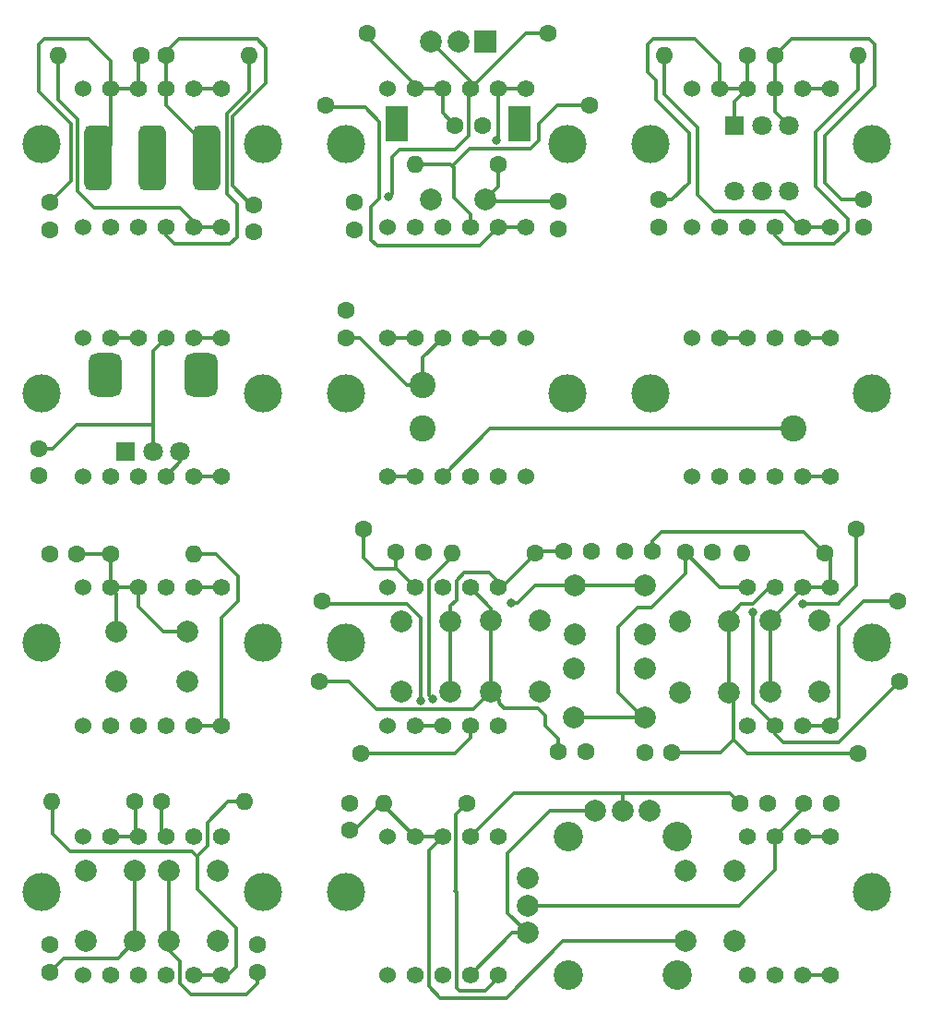
<source format=gbr>
%TF.GenerationSoftware,KiCad,Pcbnew,(6.0.11)*%
%TF.CreationDate,2023-02-21T21:49:25-06:00*%
%TF.ProjectId,HIDControls,48494443-6f6e-4747-926f-6c732e6b6963,rev?*%
%TF.SameCoordinates,Original*%
%TF.FileFunction,Copper,L2,Bot*%
%TF.FilePolarity,Positive*%
%FSLAX46Y46*%
G04 Gerber Fmt 4.6, Leading zero omitted, Abs format (unit mm)*
G04 Created by KiCad (PCBNEW (6.0.11)) date 2023-02-21 21:49:25*
%MOMM*%
%LPD*%
G01*
G04 APERTURE LIST*
G04 Aperture macros list*
%AMRoundRect*
0 Rectangle with rounded corners*
0 $1 Rounding radius*
0 $2 $3 $4 $5 $6 $7 $8 $9 X,Y pos of 4 corners*
0 Add a 4 corners polygon primitive as box body*
4,1,4,$2,$3,$4,$5,$6,$7,$8,$9,$2,$3,0*
0 Add four circle primitives for the rounded corners*
1,1,$1+$1,$2,$3*
1,1,$1+$1,$4,$5*
1,1,$1+$1,$6,$7*
1,1,$1+$1,$8,$9*
0 Add four rect primitives between the rounded corners*
20,1,$1+$1,$2,$3,$4,$5,0*
20,1,$1+$1,$4,$5,$6,$7,0*
20,1,$1+$1,$6,$7,$8,$9,0*
20,1,$1+$1,$8,$9,$2,$3,0*%
%AMHorizOval*
0 Thick line with rounded ends*
0 $1 width*
0 $2 $3 position (X,Y) of the first rounded end (center of the circle)*
0 $4 $5 position (X,Y) of the second rounded end (center of the circle)*
0 Add line between two ends*
20,1,$1,$2,$3,$4,$5,0*
0 Add two circle primitives to create the rounded ends*
1,1,$1,$2,$3*
1,1,$1,$4,$5*%
G04 Aperture macros list end*
%TA.AperFunction,ComponentPad*%
%ADD10C,2.000000*%
%TD*%
%TA.AperFunction,ComponentPad*%
%ADD11R,2.000000X2.000000*%
%TD*%
%TA.AperFunction,ComponentPad*%
%ADD12R,2.000000X3.200000*%
%TD*%
%TA.AperFunction,WasherPad*%
%ADD13C,3.500000*%
%TD*%
%TA.AperFunction,ComponentPad*%
%ADD14C,1.560000*%
%TD*%
%TA.AperFunction,ComponentPad*%
%ADD15C,1.524000*%
%TD*%
%TA.AperFunction,ComponentPad*%
%ADD16R,1.800000X1.800000*%
%TD*%
%TA.AperFunction,ComponentPad*%
%ADD17C,1.800000*%
%TD*%
%TA.AperFunction,ComponentPad*%
%ADD18C,2.700000*%
%TD*%
%TA.AperFunction,ComponentPad*%
%ADD19C,2.400000*%
%TD*%
%TA.AperFunction,ComponentPad*%
%ADD20RoundRect,0.625000X-0.625000X-2.375000X0.625000X-2.375000X0.625000X2.375000X-0.625000X2.375000X0*%
%TD*%
%TA.AperFunction,ComponentPad*%
%ADD21RoundRect,0.750000X0.750000X-1.250000X0.750000X1.250000X-0.750000X1.250000X-0.750000X-1.250000X0*%
%TD*%
%TA.AperFunction,ComponentPad*%
%ADD22C,1.600000*%
%TD*%
%TA.AperFunction,ComponentPad*%
%ADD23O,1.600000X1.600000*%
%TD*%
%TA.AperFunction,ComponentPad*%
%ADD24HorizOval,1.600000X0.000000X0.000000X0.000000X0.000000X0*%
%TD*%
%TA.AperFunction,ComponentPad*%
%ADD25HorizOval,1.600000X0.000000X0.000000X0.000000X0.000000X0*%
%TD*%
%TA.AperFunction,ComponentPad*%
%ADD26HorizOval,1.600000X0.000000X0.000000X0.000000X0.000000X0*%
%TD*%
%TA.AperFunction,ComponentPad*%
%ADD27HorizOval,1.600000X0.000000X0.000000X0.000000X0.000000X0*%
%TD*%
%TA.AperFunction,ViaPad*%
%ADD28C,0.800000*%
%TD*%
%TA.AperFunction,Conductor*%
%ADD29C,0.350000*%
%TD*%
G04 APERTURE END LIST*
D10*
%TO.P,SW10,1,1*%
%TO.N,GND*%
X148140000Y-109740000D03*
X141640000Y-109740000D03*
%TO.P,SW10,2,2*%
%TO.N,Net-(C18-Pad2)*%
X141640000Y-105240000D03*
X148140000Y-105240000D03*
%TD*%
%TO.P,SW9,1,1*%
%TO.N,GND*%
X141620000Y-112880000D03*
X148120000Y-112880000D03*
%TO.P,SW9,2,2*%
%TO.N,Net-(C17-Pad2)*%
X141620000Y-117380000D03*
X148120000Y-117380000D03*
%TD*%
D11*
%TO.P,SW5,A,A*%
%TO.N,Net-(C12-Pad2)*%
X133470000Y-55390000D03*
D10*
%TO.P,SW5,B,B*%
%TO.N,Net-(C16-Pad2)*%
X128470000Y-55390000D03*
%TO.P,SW5,C,C*%
%TO.N,GND*%
X130970000Y-55390000D03*
D12*
%TO.P,SW5,MP*%
%TO.N,N/C*%
X125370000Y-62890000D03*
X136570000Y-62890000D03*
D10*
%TO.P,SW5,S1,S1*%
%TO.N,GND*%
X128470000Y-69890000D03*
%TO.P,SW5,S2,S2*%
%TO.N,Net-(C15-Pad2)*%
X133470000Y-69890000D03*
%TD*%
%TO.P,SW2,1,1*%
%TO.N,GND*%
X96810000Y-131370000D03*
X96810000Y-137870000D03*
%TO.P,SW2,2,2*%
%TO.N,Net-(C6-Pad2)*%
X101310000Y-131370000D03*
X101310000Y-137870000D03*
%TD*%
D13*
%TO.P,M10,*%
%TO.N,*%
X168910000Y-110490000D03*
D14*
%TO.P,M10,1,GND*%
%TO.N,GND*%
X157480000Y-118110000D03*
%TO.P,M10,2,ACC*%
%TO.N,Net-(M10-Pad2)*%
X160020000Y-118110000D03*
%TO.P,M10,3,VCC*%
%TO.N,Net-(M10-Pad3)*%
X162560000Y-118110000D03*
X165100000Y-118110000D03*
%TO.P,M10,4,SW1*%
%TO.N,Net-(C17-Pad2)*%
X157480000Y-105410000D03*
%TO.P,M10,5,ANG*%
%TO.N,Net-(C19-Pad1)*%
X160020000Y-105410000D03*
%TO.P,M10,6,SW2*%
%TO.N,Net-(C21-Pad1)*%
X165100000Y-105410000D03*
X162560000Y-105410000D03*
%TD*%
D10*
%TO.P,SW1,1,1*%
%TO.N,GND*%
X108930000Y-131370000D03*
X108930000Y-137870000D03*
%TO.P,SW1,2,2*%
%TO.N,Net-(C5-Pad2)*%
X104430000Y-131370000D03*
X104430000Y-137870000D03*
%TD*%
%TO.P,SW11,1,1*%
%TO.N,GND*%
X151300000Y-108570000D03*
X151300000Y-115070000D03*
%TO.P,SW11,2,2*%
%TO.N,Net-(C19-Pad1)*%
X155800000Y-108570000D03*
X155800000Y-115070000D03*
%TD*%
D13*
%TO.P,M7,*%
%TO.N,*%
X92710000Y-64770000D03*
X113030000Y-64770000D03*
D14*
%TO.P,M7,1,GND*%
%TO.N,GND*%
X99060000Y-72390000D03*
X101600000Y-72390000D03*
%TO.P,M7,2,ACC*%
%TO.N,Net-(M7-Pad2)*%
X104140000Y-72390000D03*
%TO.P,M7,3,VCC*%
%TO.N,Net-(M7-Pad3)*%
X109220000Y-72390000D03*
X106680000Y-72390000D03*
%TO.P,M7,4,SW1*%
%TO.N,Net-(C14-Pad2)*%
X101600000Y-59690000D03*
X99060000Y-59690000D03*
%TO.P,M7,5,ANG*%
%TO.N,Net-(C13-Pad2)*%
X104140000Y-59690000D03*
%TO.P,M7,6,SW2*%
%TO.N,unconnected-(M7-Pad6)*%
X106680000Y-59690000D03*
X109220000Y-59690000D03*
D15*
%TO.P,M7,7,IN1*%
%TO.N,unconnected-(M7-Pad7)*%
X96520000Y-59690000D03*
%TO.P,M7,8,IN2*%
%TO.N,unconnected-(M7-Pad8)*%
X96520000Y-72390000D03*
%TD*%
D13*
%TO.P,M4,*%
%TO.N,*%
X140970000Y-64770000D03*
X120650000Y-64770000D03*
D14*
%TO.P,M4,1,GND*%
%TO.N,GND*%
X127000000Y-72390000D03*
X129540000Y-72390000D03*
%TO.P,M4,2,ACC*%
%TO.N,Net-(M4-Pad2)*%
X132080000Y-72390000D03*
%TO.P,M4,3,VCC*%
%TO.N,Net-(M4-Pad3)*%
X134620000Y-72390000D03*
X137160000Y-72390000D03*
%TO.P,M4,4,SW1*%
%TO.N,Net-(C12-Pad2)*%
X127000000Y-59690000D03*
X129540000Y-59690000D03*
%TO.P,M4,5,ANG*%
%TO.N,Net-(C16-Pad2)*%
X132080000Y-59690000D03*
%TO.P,M4,6,SW2*%
%TO.N,Net-(C15-Pad2)*%
X137160000Y-59690000D03*
X134620000Y-59690000D03*
D15*
%TO.P,M4,7,IN1*%
%TO.N,unconnected-(M4-Pad7)*%
X124460000Y-59690000D03*
%TO.P,M4,8,IN2*%
%TO.N,unconnected-(M4-Pad8)*%
X124460000Y-72390000D03*
%TD*%
D13*
%TO.P,M8,*%
%TO.N,*%
X148590000Y-64770000D03*
X168910000Y-64770000D03*
D14*
%TO.P,M8,1,GND*%
%TO.N,GND*%
X157480000Y-72390000D03*
X154940000Y-72390000D03*
%TO.P,M8,2,ACC*%
%TO.N,Net-(M8-Pad2)*%
X160020000Y-72390000D03*
%TO.P,M8,3,VCC*%
%TO.N,Net-(M8-Pad3)*%
X165100000Y-72390000D03*
X162560000Y-72390000D03*
%TO.P,M8,4,SW1*%
%TO.N,Net-(C8-Pad2)*%
X157480000Y-59690000D03*
X154940000Y-59690000D03*
%TO.P,M8,5,ANG*%
%TO.N,Net-(C7-Pad2)*%
X160020000Y-59690000D03*
%TO.P,M8,6,SW2*%
%TO.N,unconnected-(M8-Pad6)*%
X165100000Y-59690000D03*
X162560000Y-59690000D03*
D15*
%TO.P,M8,7,IN1*%
%TO.N,unconnected-(M8-Pad7)*%
X152400000Y-59690000D03*
%TO.P,M8,8,IN2*%
%TO.N,unconnected-(M8-Pad8)*%
X152400000Y-72390000D03*
%TD*%
D13*
%TO.P,M6,*%
%TO.N,*%
X120650000Y-110490000D03*
D14*
%TO.P,M6,1,GND*%
%TO.N,GND*%
X129540000Y-118110000D03*
X127000000Y-118110000D03*
%TO.P,M6,2,ACC*%
%TO.N,Net-(M6-Pad2)*%
X132080000Y-118110000D03*
%TO.P,M6,3,VCC*%
%TO.N,Net-(M6-Pad3)*%
X134620000Y-118110000D03*
%TO.P,M6,4,SW1*%
%TO.N,Net-(C18-Pad2)*%
X129540000Y-105410000D03*
X127000000Y-105410000D03*
%TO.P,M6,5,ANG*%
%TO.N,Net-(C20-Pad1)*%
X132080000Y-105410000D03*
%TO.P,M6,6,SW2*%
%TO.N,Net-(C22-Pad1)*%
X134620000Y-105410000D03*
D15*
%TO.P,M6,7,IN1*%
%TO.N,unconnected-(M6-Pad7)*%
X124460000Y-105410000D03*
%TO.P,M6,8,IN2*%
%TO.N,unconnected-(M6-Pad8)*%
X124460000Y-118110000D03*
%TD*%
D13*
%TO.P,M12,*%
%TO.N,*%
X168910000Y-133350000D03*
D14*
%TO.P,M12,1,GND*%
%TO.N,GND*%
X157480000Y-140970000D03*
%TO.P,M12,2,ACC*%
%TO.N,unconnected-(M12-Pad2)*%
X160020000Y-140970000D03*
%TO.P,M12,3,VCC*%
%TO.N,unconnected-(M12-Pad3)*%
X165100000Y-140970000D03*
X162560000Y-140970000D03*
%TO.P,M12,4,SW1*%
%TO.N,unconnected-(M12-Pad4)*%
X157480000Y-128270000D03*
%TO.P,M12,5,ANG*%
%TO.N,Net-(M12-Pad5)*%
X160020000Y-128270000D03*
%TO.P,M12,6,SW2*%
%TO.N,unconnected-(M12-Pad6)*%
X165100000Y-128270000D03*
X162560000Y-128270000D03*
%TD*%
D10*
%TO.P,SW8,1,1*%
%TO.N,GND*%
X99620000Y-114010000D03*
X106120000Y-114010000D03*
%TO.P,SW8,2,2*%
%TO.N,Net-(C9-Pad2)*%
X106120000Y-109510000D03*
X99620000Y-109510000D03*
%TD*%
D13*
%TO.P,M11,*%
%TO.N,*%
X92710000Y-110490000D03*
X113030000Y-110490000D03*
D14*
%TO.P,M11,1,GND*%
%TO.N,GND*%
X101600000Y-118110000D03*
X99060000Y-118110000D03*
%TO.P,M11,2,ACC*%
%TO.N,unconnected-(M11-Pad2)*%
X104140000Y-118110000D03*
%TO.P,M11,3,VCC*%
%TO.N,Net-(M11-Pad3)*%
X106680000Y-118110000D03*
X109220000Y-118110000D03*
%TO.P,M11,4,SW1*%
%TO.N,Net-(C9-Pad2)*%
X101600000Y-105410000D03*
X99060000Y-105410000D03*
%TO.P,M11,5,ANG*%
%TO.N,unconnected-(M11-Pad5)*%
X104140000Y-105410000D03*
%TO.P,M11,6,SW2*%
%TO.N,unconnected-(M11-Pad6)*%
X109220000Y-105410000D03*
X106680000Y-105410000D03*
D15*
%TO.P,M11,7,IN1*%
%TO.N,unconnected-(M11-Pad7)*%
X96520000Y-105410000D03*
%TO.P,M11,8,IN2*%
%TO.N,unconnected-(M11-Pad8)*%
X96520000Y-118110000D03*
%TD*%
D16*
%TO.P,SW6,1,A*%
%TO.N,Net-(C8-Pad2)*%
X156327500Y-63117500D03*
D17*
%TO.P,SW6,2,B*%
%TO.N,GND*%
X158827500Y-63117500D03*
%TO.P,SW6,3,C*%
%TO.N,Net-(C7-Pad2)*%
X161327500Y-63117500D03*
%TO.P,SW6,4*%
%TO.N,N/C*%
X156327500Y-69117500D03*
%TO.P,SW6,5*%
X158827500Y-69117500D03*
%TO.P,SW6,6*%
X161327500Y-69117500D03*
%TD*%
D13*
%TO.P,M3,*%
%TO.N,*%
X113030000Y-133350000D03*
X92710000Y-133350000D03*
D14*
%TO.P,M3,1,GND*%
%TO.N,GND*%
X101600000Y-140970000D03*
X99060000Y-140970000D03*
%TO.P,M3,2,ACC*%
%TO.N,unconnected-(M3-Pad2)*%
X104140000Y-140970000D03*
%TO.P,M3,3,VCC*%
%TO.N,Net-(M3-Pad3)*%
X109220000Y-140970000D03*
X106680000Y-140970000D03*
%TO.P,M3,4,SW1*%
%TO.N,Net-(C6-Pad2)*%
X99060000Y-128270000D03*
X101600000Y-128270000D03*
%TO.P,M3,5,ANG*%
%TO.N,Net-(C5-Pad2)*%
X104140000Y-128270000D03*
%TO.P,M3,6,SW2*%
%TO.N,unconnected-(M3-Pad6)*%
X106680000Y-128270000D03*
X109220000Y-128270000D03*
D15*
%TO.P,M3,7,IN1*%
%TO.N,unconnected-(M3-Pad7)*%
X96520000Y-128270000D03*
%TO.P,M3,8,IN2*%
%TO.N,unconnected-(M3-Pad8)*%
X96520000Y-140970000D03*
%TD*%
D13*
%TO.P,M2,*%
%TO.N,*%
X120650000Y-133350000D03*
D14*
%TO.P,M2,1,GND*%
%TO.N,GND*%
X127000000Y-140970000D03*
X129540000Y-140970000D03*
%TO.P,M2,2,ACC*%
%TO.N,Net-(J1-Pad3)*%
X132080000Y-140970000D03*
%TO.P,M2,3,VCC*%
%TO.N,Net-(R3-Pad1)*%
X134620000Y-140970000D03*
%TO.P,M2,4,SW1*%
%TO.N,Net-(J1-PadA1)*%
X129540000Y-128270000D03*
X127000000Y-128270000D03*
%TO.P,M2,5,ANG*%
%TO.N,Net-(J1-Pad2)*%
X132080000Y-128270000D03*
%TO.P,M2,6,SW2*%
%TO.N,unconnected-(M2-Pad6)*%
X134620000Y-128270000D03*
D15*
%TO.P,M2,7,IN1*%
%TO.N,unconnected-(M2-Pad7)*%
X124460000Y-128270000D03*
%TO.P,M2,8,IN2*%
%TO.N,unconnected-(M2-Pad8)*%
X124460000Y-140970000D03*
%TD*%
D13*
%TO.P,M9,*%
%TO.N,*%
X148590000Y-87630000D03*
X168910000Y-87630000D03*
D14*
%TO.P,M9,1,GND*%
%TO.N,GND*%
X157480000Y-95250000D03*
X154940000Y-95250000D03*
%TO.P,M9,2,ACC*%
%TO.N,unconnected-(M9-Pad2)*%
X160020000Y-95250000D03*
%TO.P,M9,3,VCC*%
%TO.N,unconnected-(M9-Pad3)*%
X162560000Y-95250000D03*
X165100000Y-95250000D03*
%TO.P,M9,4,SW1*%
%TO.N,unconnected-(M9-Pad4)*%
X154940000Y-82550000D03*
X157480000Y-82550000D03*
%TO.P,M9,5,ANG*%
%TO.N,unconnected-(M9-Pad5)*%
X160020000Y-82550000D03*
%TO.P,M9,6,SW2*%
%TO.N,unconnected-(M9-Pad6)*%
X165100000Y-82550000D03*
X162560000Y-82550000D03*
D15*
%TO.P,M9,7,IN1*%
%TO.N,unconnected-(M9-Pad7)*%
X152400000Y-82550000D03*
%TO.P,M9,8,IN2*%
%TO.N,unconnected-(M9-Pad8)*%
X152400000Y-95250000D03*
%TD*%
D13*
%TO.P,M1,*%
%TO.N,*%
X92710000Y-87630000D03*
X113030000Y-87630000D03*
D14*
%TO.P,M1,1,GND*%
%TO.N,GND*%
X101600000Y-95250000D03*
X99060000Y-95250000D03*
%TO.P,M1,2,ACC*%
%TO.N,Net-(M1-Pad2)*%
X104140000Y-95250000D03*
%TO.P,M1,3,VCC*%
%TO.N,unconnected-(M1-Pad3)*%
X109220000Y-95250000D03*
X106680000Y-95250000D03*
%TO.P,M1,4,SW1*%
%TO.N,unconnected-(M1-Pad4)*%
X101600000Y-82550000D03*
X99060000Y-82550000D03*
%TO.P,M1,5,ANG*%
%TO.N,Net-(C1-Pad1)*%
X104140000Y-82550000D03*
%TO.P,M1,6,SW2*%
%TO.N,unconnected-(M1-Pad6)*%
X106680000Y-82550000D03*
X109220000Y-82550000D03*
D15*
%TO.P,M1,7,IN1*%
%TO.N,unconnected-(M1-Pad7)*%
X96520000Y-82550000D03*
%TO.P,M1,8,IN2*%
%TO.N,unconnected-(M1-Pad8)*%
X96520000Y-95250000D03*
%TD*%
D10*
%TO.P,J1,1,X1*%
%TO.N,GND*%
X148550000Y-125890000D03*
%TO.P,J1,2,X2*%
%TO.N,Net-(J1-Pad2)*%
X146050000Y-125890000D03*
%TO.P,J1,3,X3*%
%TO.N,Net-(J1-Pad3)*%
X143550000Y-125890000D03*
%TO.P,J1,4,Y1*%
%TO.N,GND*%
X137320000Y-132120000D03*
%TO.P,J1,5,Y2*%
%TO.N,Net-(M12-Pad5)*%
X137320000Y-134620000D03*
%TO.P,J1,6,Y3*%
%TO.N,Net-(J1-Pad3)*%
X137320000Y-137120000D03*
%TO.P,J1,A1,A1*%
%TO.N,Net-(J1-PadA1)*%
X151800000Y-137870000D03*
%TO.P,J1,A2,A2*%
%TO.N,GND*%
X156300000Y-137870000D03*
%TO.P,J1,B1,B1*%
%TO.N,unconnected-(J1-PadB1)*%
X151800000Y-131370000D03*
%TO.P,J1,B2,B2*%
%TO.N,unconnected-(J1-PadB2)*%
X156300000Y-131370000D03*
D18*
%TO.P,J1,M1*%
%TO.N,N/C*%
X141050000Y-140945000D03*
%TO.P,J1,M2*%
X141050000Y-128295000D03*
%TO.P,J1,M3*%
X151050000Y-140945000D03*
%TO.P,J1,M4*%
X151050000Y-128295000D03*
%TD*%
D19*
%TO.P,RV2,1,1*%
%TO.N,GND*%
X127740000Y-90870000D03*
%TO.P,RV2,2,2*%
%TO.N,Net-(C2-Pad2)*%
X127740000Y-86870000D03*
%TO.P,RV2,3,3*%
%TO.N,Net-(M5-Pad2)*%
X161740000Y-90870000D03*
%TD*%
D20*
%TO.P,SW7,1,A*%
%TO.N,Net-(C14-Pad2)*%
X97870000Y-66040000D03*
%TO.P,SW7,2,B*%
%TO.N,GND*%
X102870000Y-66040000D03*
%TO.P,SW7,3,C*%
%TO.N,Net-(C13-Pad2)*%
X107870000Y-66040000D03*
%TD*%
D10*
%TO.P,SW13,1,1*%
%TO.N,GND*%
X164084000Y-114958000D03*
X164084000Y-108458000D03*
%TO.P,SW13,2,2*%
%TO.N,Net-(C21-Pad1)*%
X159584000Y-108458000D03*
X159584000Y-114958000D03*
%TD*%
%TO.P,SW14,1,1*%
%TO.N,GND*%
X125766000Y-115010000D03*
X125766000Y-108510000D03*
%TO.P,SW14,2,2*%
%TO.N,Net-(C22-Pad1)*%
X130266000Y-115010000D03*
X130266000Y-108510000D03*
%TD*%
%TO.P,SW12,1,1*%
%TO.N,GND*%
X138490000Y-108480000D03*
X138490000Y-114980000D03*
%TO.P,SW12,2,2*%
%TO.N,Net-(C20-Pad1)*%
X133990000Y-114980000D03*
X133990000Y-108480000D03*
%TD*%
D16*
%TO.P,RV1,1,1*%
%TO.N,GND*%
X100450000Y-92930000D03*
D17*
%TO.P,RV1,2,2*%
%TO.N,Net-(C1-Pad1)*%
X102950000Y-92930000D03*
%TO.P,RV1,3,3*%
%TO.N,Net-(M1-Pad2)*%
X105450000Y-92930000D03*
D21*
%TO.P,RV1,MP*%
%TO.N,N/C*%
X107350000Y-85930000D03*
X98550000Y-85930000D03*
%TD*%
D22*
%TO.P,C16,1*%
%TO.N,GND*%
X121450000Y-72630000D03*
%TO.P,C16,2*%
%TO.N,Net-(C16-Pad2)*%
X121450000Y-70130000D03*
%TD*%
%TO.P,R10,1*%
%TO.N,Net-(C8-Pad2)*%
X157480000Y-56642000D03*
D23*
%TO.P,R10,2*%
%TO.N,Net-(M8-Pad3)*%
X149860000Y-56642000D03*
%TD*%
D22*
%TO.P,R1,1*%
%TO.N,Net-(C5-Pad2)*%
X103759000Y-125095000D03*
D23*
%TO.P,R1,2*%
%TO.N,Net-(M3-Pad3)*%
X111379000Y-125095000D03*
%TD*%
D22*
%TO.P,C18,2*%
%TO.N,Net-(C18-Pad2)*%
X125262000Y-102235000D03*
%TO.P,C18,1*%
%TO.N,GND*%
X127762000Y-102235000D03*
%TD*%
%TO.P,R17,1*%
%TO.N,Net-(C19-Pad1)*%
X167640000Y-120650000D03*
D24*
%TO.P,R17,2*%
%TO.N,Net-(M10-Pad2)*%
X171450000Y-114050886D03*
%TD*%
D22*
%TO.P,C3,1*%
%TO.N,Net-(J1-Pad2)*%
X156860000Y-125250000D03*
%TO.P,C3,2*%
%TO.N,GND*%
X159360000Y-125250000D03*
%TD*%
%TO.P,R12,1*%
%TO.N,Net-(C14-Pad2)*%
X101854000Y-56642000D03*
D23*
%TO.P,R12,2*%
%TO.N,Net-(M7-Pad3)*%
X94234000Y-56642000D03*
%TD*%
D22*
%TO.P,R15,1*%
%TO.N,Net-(M10-Pad3)*%
X171323000Y-106677557D03*
D25*
%TO.P,R15,2*%
%TO.N,Net-(C17-Pad2)*%
X167513000Y-100078443D03*
%TD*%
D22*
%TO.P,C15,1*%
%TO.N,GND*%
X140120000Y-72530000D03*
%TO.P,C15,2*%
%TO.N,Net-(C15-Pad2)*%
X140120000Y-70030000D03*
%TD*%
%TO.P,C9,1*%
%TO.N,GND*%
X93492000Y-102368000D03*
%TO.P,C9,2*%
%TO.N,Net-(C9-Pad2)*%
X95992000Y-102368000D03*
%TD*%
%TO.P,C12,1*%
%TO.N,GND*%
X133210000Y-63040000D03*
%TO.P,C12,2*%
%TO.N,Net-(C12-Pad2)*%
X130710000Y-63040000D03*
%TD*%
%TO.P,R3,1*%
%TO.N,Net-(R3-Pad1)*%
X131790000Y-125220000D03*
D23*
%TO.P,R3,2*%
%TO.N,Net-(J1-PadA1)*%
X124170000Y-125220000D03*
%TD*%
D22*
%TO.P,R18,1*%
%TO.N,Net-(C20-Pad1)*%
X118237000Y-114048444D03*
D26*
%TO.P,R18,2*%
%TO.N,Net-(M6-Pad2)*%
X122047000Y-120647558D03*
%TD*%
D22*
%TO.P,R2,1*%
%TO.N,Net-(C6-Pad2)*%
X101330000Y-125070000D03*
D23*
%TO.P,R2,2*%
%TO.N,Net-(M3-Pad3)*%
X93710000Y-125070000D03*
%TD*%
D22*
%TO.P,C4,1*%
%TO.N,GND*%
X121020000Y-125210000D03*
%TO.P,C4,2*%
%TO.N,Net-(J1-PadA1)*%
X121020000Y-127710000D03*
%TD*%
%TO.P,R9,1*%
%TO.N,Net-(C16-Pad2)*%
X139200000Y-54580000D03*
D26*
%TO.P,R9,2*%
%TO.N,Net-(M4-Pad2)*%
X143010000Y-61179114D03*
%TD*%
D22*
%TO.P,R16,1*%
%TO.N,Net-(M6-Pad3)*%
X118491000Y-106677557D03*
D24*
%TO.P,R16,2*%
%TO.N,Net-(C18-Pad2)*%
X122301000Y-100078443D03*
%TD*%
D22*
%TO.P,R8,1*%
%TO.N,Net-(C15-Pad2)*%
X134680000Y-66610000D03*
D23*
%TO.P,R8,2*%
%TO.N,Net-(M4-Pad2)*%
X127060000Y-66610000D03*
%TD*%
D22*
%TO.P,C20,1*%
%TO.N,Net-(C20-Pad1)*%
X140157200Y-120523000D03*
%TO.P,C20,2*%
%TO.N,GND*%
X142657200Y-120523000D03*
%TD*%
%TO.P,C1,1*%
%TO.N,Net-(C1-Pad1)*%
X92456000Y-92710000D03*
%TO.P,C1,2*%
%TO.N,GND*%
X92456000Y-95210000D03*
%TD*%
%TO.P,C22,2*%
%TO.N,GND*%
X143200000Y-102100000D03*
%TO.P,C22,1*%
%TO.N,Net-(C22-Pad1)*%
X140700000Y-102100000D03*
%TD*%
%TO.P,C13,1*%
%TO.N,GND*%
X112170000Y-72830000D03*
%TO.P,C13,2*%
%TO.N,Net-(C13-Pad2)*%
X112170000Y-70330000D03*
%TD*%
%TO.P,C5,1*%
%TO.N,GND*%
X112522000Y-138196000D03*
%TO.P,C5,2*%
%TO.N,Net-(C5-Pad2)*%
X112522000Y-140696000D03*
%TD*%
%TO.P,R13,1*%
%TO.N,Net-(C13-Pad2)*%
X104140000Y-56642000D03*
D23*
%TO.P,R13,2*%
%TO.N,Net-(M7-Pad2)*%
X111760000Y-56642000D03*
%TD*%
D22*
%TO.P,C7,1*%
%TO.N,GND*%
X168148000Y-72370000D03*
%TO.P,C7,2*%
%TO.N,Net-(C7-Pad2)*%
X168148000Y-69870000D03*
%TD*%
%TO.P,C17,2*%
%TO.N,Net-(C17-Pad2)*%
X151805000Y-102230000D03*
%TO.P,C17,1*%
%TO.N,GND*%
X154305000Y-102230000D03*
%TD*%
%TO.P,C21,1*%
%TO.N,Net-(C21-Pad1)*%
X148770000Y-102090000D03*
%TO.P,C21,2*%
%TO.N,GND*%
X146270000Y-102090000D03*
%TD*%
%TO.P,R7,1*%
%TO.N,Net-(C12-Pad2)*%
X122610000Y-54640000D03*
D27*
%TO.P,R7,2*%
%TO.N,Net-(M4-Pad3)*%
X118800000Y-61239114D03*
%TD*%
D22*
%TO.P,C19,1*%
%TO.N,Net-(C19-Pad1)*%
X150596600Y-120548400D03*
%TO.P,C19,2*%
%TO.N,GND*%
X148096600Y-120548400D03*
%TD*%
%TO.P,C10,1*%
%TO.N,GND*%
X165170000Y-125230000D03*
%TO.P,C10,2*%
%TO.N,Net-(M12-Pad5)*%
X162670000Y-125230000D03*
%TD*%
%TO.P,R20,1*%
%TO.N,Net-(C22-Pad1)*%
X138020000Y-102320000D03*
D23*
%TO.P,R20,2*%
%TO.N,Net-(M6-Pad2)*%
X130400000Y-102320000D03*
%TD*%
D22*
%TO.P,C8,1*%
%TO.N,GND*%
X149352000Y-72370000D03*
%TO.P,C8,2*%
%TO.N,Net-(C8-Pad2)*%
X149352000Y-69870000D03*
%TD*%
%TO.P,C14,1*%
%TO.N,GND*%
X93472000Y-72624000D03*
%TO.P,C14,2*%
%TO.N,Net-(C14-Pad2)*%
X93472000Y-70124000D03*
%TD*%
%TO.P,C6,1*%
%TO.N,GND*%
X93472000Y-138216000D03*
%TO.P,C6,2*%
%TO.N,Net-(C6-Pad2)*%
X93472000Y-140716000D03*
%TD*%
%TO.P,C2,1*%
%TO.N,GND*%
X120640000Y-80050000D03*
%TO.P,C2,2*%
%TO.N,Net-(C2-Pad2)*%
X120640000Y-82550000D03*
%TD*%
%TO.P,R19,1*%
%TO.N,Net-(C21-Pad1)*%
X164610000Y-102250000D03*
D23*
%TO.P,R19,2*%
%TO.N,Net-(M10-Pad2)*%
X156990000Y-102250000D03*
%TD*%
D22*
%TO.P,R11,1*%
%TO.N,Net-(C7-Pad2)*%
X160020000Y-56642000D03*
D23*
%TO.P,R11,2*%
%TO.N,Net-(M8-Pad2)*%
X167640000Y-56642000D03*
%TD*%
D22*
%TO.P,R14,1*%
%TO.N,Net-(C9-Pad2)*%
X99060000Y-102368000D03*
D23*
%TO.P,R14,2*%
%TO.N,Net-(M11-Pad3)*%
X106680000Y-102368000D03*
%TD*%
D13*
%TO.P,M5,*%
%TO.N,*%
X120650000Y-87630000D03*
X140970000Y-87630000D03*
D14*
%TO.P,M5,1,GND*%
%TO.N,GND*%
X132080000Y-95250000D03*
X134620000Y-95250000D03*
%TO.P,M5,2,ACC*%
%TO.N,Net-(M5-Pad2)*%
X129540000Y-95250000D03*
%TO.P,M5,3,VCC*%
%TO.N,unconnected-(M5-Pad3)*%
X124460000Y-95250000D03*
X127000000Y-95250000D03*
%TO.P,M5,4,SW1*%
%TO.N,unconnected-(M5-Pad4)*%
X132080000Y-82550000D03*
X134620000Y-82550000D03*
%TO.P,M5,5,ANG*%
%TO.N,Net-(C2-Pad2)*%
X129540000Y-82550000D03*
%TO.P,M5,6,SW2*%
%TO.N,unconnected-(M5-Pad6)*%
X127000000Y-82550000D03*
X124460000Y-82550000D03*
D15*
%TO.P,M5,7,IN1*%
%TO.N,unconnected-(M5-Pad7)*%
X137160000Y-82550000D03*
%TO.P,M5,8,IN2*%
%TO.N,unconnected-(M5-Pad8)*%
X137160000Y-95250000D03*
%TD*%
D28*
%TO.N,Net-(C15-Pad2)*%
X134460000Y-64420000D03*
%TO.N,Net-(C16-Pad2)*%
X124570000Y-69630000D03*
%TO.N,Net-(C17-Pad2)*%
X162550000Y-106900000D03*
%TO.N,Net-(C18-Pad2)*%
X135860000Y-106860000D03*
%TO.N,Net-(M6-Pad2)*%
X128651000Y-115697000D03*
%TO.N,Net-(M6-Pad3)*%
X127508000Y-115811500D03*
%TO.N,Net-(M10-Pad2)*%
X157987393Y-107724500D03*
%TD*%
D29*
%TO.N,Net-(J1-PadA1)*%
X123930000Y-125220000D02*
X121440000Y-127710000D01*
X124170000Y-125220000D02*
X123930000Y-125220000D01*
X124170000Y-125440000D02*
X124170000Y-125220000D01*
%TO.N,Net-(R3-Pad1)*%
X133470000Y-142420000D02*
X134620000Y-141270000D01*
X131060000Y-142420000D02*
X133470000Y-142420000D01*
X130820000Y-142180000D02*
X131060000Y-142420000D01*
%TO.N,Net-(J1-PadA1)*%
X121440000Y-127710000D02*
X121020000Y-127710000D01*
%TO.N,Net-(R3-Pad1)*%
X130790000Y-133160000D02*
X130710000Y-133240000D01*
X130790000Y-126220000D02*
X130790000Y-133160000D01*
X134620000Y-141270000D02*
X134620000Y-140970000D01*
X130710000Y-133240000D02*
X130820000Y-133350000D01*
X130820000Y-133350000D02*
X130820000Y-142180000D01*
%TO.N,Net-(J1-PadA1)*%
X127000000Y-128270000D02*
X124170000Y-125440000D01*
%TO.N,Net-(R3-Pad1)*%
X131790000Y-125220000D02*
X130790000Y-126220000D01*
%TO.N,Net-(M12-Pad5)*%
X160020000Y-128270000D02*
X162670000Y-125620000D01*
X162670000Y-125620000D02*
X162670000Y-125230000D01*
%TO.N,Net-(J1-Pad2)*%
X146130000Y-124290000D02*
X155900000Y-124290000D01*
X155900000Y-124290000D02*
X156860000Y-125250000D01*
X146050000Y-124370000D02*
X146130000Y-124290000D01*
X146050000Y-125890000D02*
X146050000Y-124370000D01*
X144510000Y-124290000D02*
X146130000Y-124290000D01*
X144510000Y-124290000D02*
X136060000Y-124290000D01*
X145130000Y-124290000D02*
X144510000Y-124290000D01*
X136060000Y-124290000D02*
X136050000Y-124300000D01*
X132080000Y-128270000D02*
X136050000Y-124300000D01*
X146050000Y-124960000D02*
X146050000Y-125890000D01*
%TO.N,unconnected-(M1-Pad3)*%
X109220000Y-95250000D02*
X106680000Y-95250000D01*
%TO.N,unconnected-(M1-Pad4)*%
X101600000Y-82550000D02*
X99060000Y-82550000D01*
%TO.N,unconnected-(M5-Pad3)*%
X127000000Y-95250000D02*
X124460000Y-95250000D01*
%TO.N,unconnected-(M5-Pad4)*%
X134620000Y-82550000D02*
X132080000Y-82550000D01*
%TO.N,GND*%
X129540000Y-118110000D02*
X127000000Y-118110000D01*
%TO.N,unconnected-(M8-Pad6)*%
X165100000Y-59690000D02*
X162560000Y-59690000D01*
%TO.N,unconnected-(M9-Pad3)*%
X165100000Y-95250000D02*
X162560000Y-95250000D01*
%TO.N,unconnected-(M9-Pad4)*%
X157480000Y-82550000D02*
X154940000Y-82550000D01*
%TO.N,unconnected-(M9-Pad6)*%
X165100000Y-82550000D02*
X162560000Y-82550000D01*
%TO.N,unconnected-(M11-Pad6)*%
X109220000Y-105410000D02*
X106680000Y-105410000D01*
%TO.N,Net-(M3-Pad3)*%
X107061000Y-130048000D02*
X107950000Y-129159000D01*
X109220000Y-140970000D02*
X106680000Y-140970000D01*
X107061000Y-130175000D02*
X106553000Y-129667000D01*
X107950000Y-127000000D02*
X109855000Y-125095000D01*
X107061000Y-133096000D02*
X107061000Y-130175000D01*
X93726000Y-128016000D02*
X93726000Y-125095000D01*
X95377000Y-129667000D02*
X93726000Y-128016000D01*
X109855000Y-125095000D02*
X111379000Y-125095000D01*
X109220000Y-140970000D02*
X109855000Y-140970000D01*
X110617000Y-140208000D02*
X110617000Y-136652000D01*
X106553000Y-129667000D02*
X95377000Y-129667000D01*
X110617000Y-136652000D02*
X107061000Y-133096000D01*
X109855000Y-140970000D02*
X110617000Y-140208000D01*
X107950000Y-129159000D02*
X107950000Y-127000000D01*
X107061000Y-130175000D02*
X107061000Y-130048000D01*
%TO.N,Net-(C1-Pad1)*%
X95932000Y-90504000D02*
X102950000Y-90504000D01*
X93726000Y-92710000D02*
X95932000Y-90504000D01*
X102950000Y-92930000D02*
X102950000Y-90504000D01*
X102950000Y-90504000D02*
X102950000Y-83740000D01*
X92456000Y-92710000D02*
X93726000Y-92710000D01*
X102950000Y-83740000D02*
X104140000Y-82550000D01*
%TO.N,Net-(C2-Pad2)*%
X126240000Y-86870000D02*
X127740000Y-86870000D01*
X121920000Y-82550000D02*
X126240000Y-86870000D01*
X120640000Y-82550000D02*
X121920000Y-82550000D01*
X127740000Y-86870000D02*
X127740000Y-84350000D01*
X127740000Y-84350000D02*
X129540000Y-82550000D01*
%TO.N,unconnected-(M1-Pad6)*%
X109220000Y-82550000D02*
X106680000Y-82550000D01*
%TO.N,Net-(M1-Pad2)*%
X105450000Y-93940000D02*
X104140000Y-95250000D01*
X105450000Y-92930000D02*
X105450000Y-93940000D01*
%TO.N,unconnected-(M5-Pad6)*%
X127000000Y-82550000D02*
X124460000Y-82550000D01*
%TO.N,unconnected-(M7-Pad6)*%
X109220000Y-59690000D02*
X106680000Y-59690000D01*
%TO.N,Net-(C5-Pad2)*%
X104430000Y-131370000D02*
X104430000Y-137870000D01*
X112522000Y-141732000D02*
X112522000Y-140696000D01*
X104430000Y-138720000D02*
X105410000Y-139700000D01*
X111506000Y-142748000D02*
X112522000Y-141732000D01*
X104430000Y-137870000D02*
X104430000Y-138720000D01*
X103759000Y-125095000D02*
X103759000Y-127889000D01*
X105410000Y-139700000D02*
X105410000Y-141732000D01*
X103759000Y-127889000D02*
X104140000Y-128270000D01*
X105410000Y-141732000D02*
X106426000Y-142748000D01*
X106426000Y-142748000D02*
X111506000Y-142748000D01*
%TO.N,Net-(M4-Pad2)*%
X130590000Y-66930000D02*
X130440000Y-66780000D01*
X132080000Y-72390000D02*
X132080000Y-71210000D01*
X138370000Y-62870000D02*
X138370000Y-64440000D01*
X137590000Y-65220000D02*
X132000000Y-65220000D01*
X140060886Y-61179114D02*
X138370000Y-62870000D01*
X130440000Y-66780000D02*
X130270000Y-66610000D01*
X130590000Y-69720000D02*
X130590000Y-66930000D01*
X130270000Y-66610000D02*
X127060000Y-66610000D01*
X132000000Y-65220000D02*
X130440000Y-66780000D01*
X132080000Y-71210000D02*
X130590000Y-69720000D01*
X138370000Y-64440000D02*
X137590000Y-65220000D01*
X143010000Y-61179114D02*
X140060886Y-61179114D01*
%TO.N,Net-(M4-Pad3)*%
X123730000Y-69780000D02*
X123000000Y-70510000D01*
X123000000Y-70510000D02*
X123000000Y-73540000D01*
X118800000Y-61239114D02*
X118990000Y-61429114D01*
X132940000Y-74070000D02*
X134620000Y-72390000D01*
X122439114Y-61429114D02*
X123730000Y-62720000D01*
X123000000Y-73540000D02*
X123530000Y-74070000D01*
X123530000Y-74070000D02*
X132940000Y-74070000D01*
X137160000Y-72390000D02*
X134620000Y-72390000D01*
X118990000Y-61429114D02*
X122439114Y-61429114D01*
X123730000Y-62720000D02*
X123730000Y-69780000D01*
%TO.N,Net-(C6-Pad2)*%
X101600000Y-128270000D02*
X99060000Y-128270000D01*
X101310000Y-131370000D02*
X101310000Y-137870000D01*
X94742000Y-139446000D02*
X93472000Y-140716000D01*
X101346000Y-128016000D02*
X101600000Y-128270000D01*
X101310000Y-137870000D02*
X99734000Y-139446000D01*
X99734000Y-139446000D02*
X94742000Y-139446000D01*
X101346000Y-125095000D02*
X101346000Y-128016000D01*
%TO.N,Net-(C7-Pad2)*%
X168656000Y-55118000D02*
X161544000Y-55118000D01*
X168148000Y-69870000D02*
X166136000Y-69870000D01*
X161544000Y-55118000D02*
X160020000Y-56642000D01*
X166136000Y-69870000D02*
X164592000Y-68326000D01*
X169164000Y-59436000D02*
X169164000Y-55626000D01*
X169164000Y-55626000D02*
X168656000Y-55118000D01*
X160020000Y-59690000D02*
X160020000Y-56642000D01*
X160020000Y-61810000D02*
X161327500Y-63117500D01*
X164592000Y-64008000D02*
X169164000Y-59436000D01*
X164592000Y-68326000D02*
X164592000Y-64008000D01*
X160020000Y-59690000D02*
X160020000Y-61810000D01*
%TO.N,Net-(M8-Pad2)*%
X166700000Y-72730000D02*
X166700000Y-71670000D01*
X160800000Y-73930000D02*
X165500000Y-73930000D01*
X160020000Y-72390000D02*
X160020000Y-73150000D01*
X165500000Y-73930000D02*
X166700000Y-72730000D01*
X166700000Y-71670000D02*
X163740000Y-68710000D01*
X160020000Y-73150000D02*
X160800000Y-73930000D01*
X163740000Y-68710000D02*
X163740000Y-63660000D01*
X163740000Y-63660000D02*
X167640000Y-59760000D01*
X167640000Y-59760000D02*
X167640000Y-56642000D01*
%TO.N,Net-(M8-Pad3)*%
X160930000Y-70970000D02*
X162350000Y-72390000D01*
X149860000Y-60198000D02*
X149860000Y-56642000D01*
X165100000Y-72390000D02*
X162560000Y-72390000D01*
X162350000Y-72390000D02*
X162560000Y-72390000D01*
X152950000Y-69470000D02*
X152950000Y-63288000D01*
X154450000Y-70970000D02*
X160930000Y-70970000D01*
X152950000Y-63288000D02*
X149860000Y-60198000D01*
X152950000Y-69470000D02*
X154450000Y-70970000D01*
%TO.N,Net-(C8-Pad2)*%
X156327500Y-60842500D02*
X157480000Y-59690000D01*
X157480000Y-59690000D02*
X154940000Y-59690000D01*
X149098000Y-60706000D02*
X149098000Y-58928000D01*
X148336000Y-55626000D02*
X148844000Y-55118000D01*
X154940000Y-57404000D02*
X154940000Y-59690000D01*
X148844000Y-55118000D02*
X152654000Y-55118000D01*
X148336000Y-58166000D02*
X148336000Y-55626000D01*
X152654000Y-55118000D02*
X154940000Y-57404000D01*
X149352000Y-69870000D02*
X150602000Y-69870000D01*
X152146000Y-63754000D02*
X149098000Y-60706000D01*
X152146000Y-68326000D02*
X152146000Y-63754000D01*
X156327500Y-63117500D02*
X156327500Y-60842500D01*
X149098000Y-58928000D02*
X148336000Y-58166000D01*
X150602000Y-69870000D02*
X152146000Y-68326000D01*
X157480000Y-59690000D02*
X157480000Y-56642000D01*
%TO.N,Net-(C9-Pad2)*%
X99060000Y-102368000D02*
X99060000Y-105410000D01*
X101600000Y-105410000D02*
X99060000Y-105410000D01*
X103916000Y-109510000D02*
X106120000Y-109510000D01*
X101600000Y-105410000D02*
X101600000Y-107194000D01*
X101600000Y-107194000D02*
X103916000Y-109510000D01*
X99060000Y-102368000D02*
X95992000Y-102368000D01*
X99620000Y-109510000D02*
X99620000Y-105970000D01*
X99620000Y-105970000D02*
X99060000Y-105410000D01*
%TO.N,Net-(M5-Pad2)*%
X161740000Y-90870000D02*
X133920000Y-90870000D01*
X133920000Y-90870000D02*
X129540000Y-95250000D01*
%TO.N,Net-(M7-Pad2)*%
X109728000Y-69342000D02*
X110660000Y-70274000D01*
X111760000Y-56642000D02*
X111760000Y-59944000D01*
X104140000Y-73152000D02*
X104140000Y-72390000D01*
X110660000Y-70274000D02*
X110660000Y-73300000D01*
X110660000Y-73300000D02*
X110046000Y-73914000D01*
X110046000Y-73914000D02*
X104902000Y-73914000D01*
X109728000Y-61976000D02*
X109728000Y-69342000D01*
X104902000Y-73914000D02*
X104140000Y-73152000D01*
X111760000Y-59944000D02*
X109728000Y-61976000D01*
%TO.N,Net-(M7-Pad3)*%
X94234000Y-60706000D02*
X96012000Y-62484000D01*
X97536000Y-70612000D02*
X105410000Y-70612000D01*
X105410000Y-70612000D02*
X106680000Y-71882000D01*
X96012000Y-69088000D02*
X97536000Y-70612000D01*
X96012000Y-62484000D02*
X96012000Y-69088000D01*
X94234000Y-56642000D02*
X94234000Y-60706000D01*
X106680000Y-71882000D02*
X106680000Y-72390000D01*
X109220000Y-72390000D02*
X106680000Y-72390000D01*
%TO.N,Net-(C12-Pad2)*%
X129540000Y-61870000D02*
X130710000Y-63040000D01*
X129540000Y-59690000D02*
X129540000Y-61870000D01*
X122610000Y-54640000D02*
X122610000Y-54970000D01*
X129540000Y-59690000D02*
X127000000Y-59690000D01*
X122610000Y-54970000D02*
X127000000Y-59360000D01*
X127000000Y-59360000D02*
X127000000Y-59690000D01*
%TO.N,Net-(M11-Pad3)*%
X110744000Y-106686000D02*
X110744000Y-104400000D01*
X110744000Y-104400000D02*
X108712000Y-102368000D01*
X109220000Y-118110000D02*
X109220000Y-108210000D01*
X109220000Y-118110000D02*
X106680000Y-118110000D01*
X109220000Y-108210000D02*
X110744000Y-106686000D01*
X108712000Y-102368000D02*
X106680000Y-102368000D01*
%TO.N,Net-(C13-Pad2)*%
X112550000Y-55160000D02*
X105330000Y-55160000D01*
X113320000Y-55930000D02*
X112550000Y-55160000D01*
X111990000Y-70330000D02*
X110278000Y-68618000D01*
X113320000Y-59161818D02*
X113320000Y-55930000D01*
X110278000Y-62203818D02*
X113320000Y-59161818D01*
X105330000Y-55160000D02*
X104140000Y-56350000D01*
X110278000Y-68618000D02*
X110278000Y-62203818D01*
X107870000Y-64944000D02*
X107870000Y-66040000D01*
X104140000Y-56642000D02*
X104140000Y-59690000D01*
X104140000Y-61214000D02*
X107870000Y-64944000D01*
X104140000Y-56350000D02*
X104140000Y-56642000D01*
X112170000Y-70330000D02*
X111990000Y-70330000D01*
X104140000Y-59690000D02*
X104140000Y-61214000D01*
%TO.N,Net-(C14-Pad2)*%
X99060000Y-57150000D02*
X99060000Y-59690000D01*
X101600000Y-59690000D02*
X99060000Y-59690000D01*
X92456000Y-55626000D02*
X92964000Y-55118000D01*
X99060000Y-59690000D02*
X99060000Y-64850000D01*
X99060000Y-64850000D02*
X97870000Y-66040000D01*
X95410000Y-68186000D02*
X95410000Y-62898000D01*
X101600000Y-56896000D02*
X101854000Y-56642000D01*
X93472000Y-70124000D02*
X95410000Y-68186000D01*
X101600000Y-59690000D02*
X101600000Y-56896000D01*
X92964000Y-55118000D02*
X97028000Y-55118000D01*
X92456000Y-59944000D02*
X92456000Y-55626000D01*
X95410000Y-62898000D02*
X92456000Y-59944000D01*
X97028000Y-55118000D02*
X99060000Y-57150000D01*
%TO.N,Net-(C15-Pad2)*%
X134680000Y-68680000D02*
X133470000Y-69890000D01*
X134680000Y-66610000D02*
X134680000Y-68680000D01*
X134620000Y-64260000D02*
X134460000Y-64420000D01*
X133610000Y-70030000D02*
X133470000Y-69890000D01*
X140120000Y-70030000D02*
X133610000Y-70030000D01*
X137160000Y-59690000D02*
X134620000Y-59690000D01*
X134620000Y-59690000D02*
X134620000Y-64260000D01*
%TO.N,Net-(C16-Pad2)*%
X131950000Y-59820000D02*
X132080000Y-59690000D01*
X125630000Y-65260000D02*
X130700000Y-65260000D01*
X130700000Y-65260000D02*
X131950000Y-64010000D01*
X139200000Y-54580000D02*
X137190000Y-54580000D01*
X132080000Y-59000000D02*
X132080000Y-59690000D01*
X128470000Y-55390000D02*
X132080000Y-59000000D01*
X124570000Y-69630000D02*
X124890000Y-69310000D01*
X137190000Y-54580000D02*
X132080000Y-59690000D01*
X124890000Y-69310000D02*
X124890000Y-66000000D01*
X124890000Y-66000000D02*
X125630000Y-65260000D01*
X131950000Y-64010000D02*
X131950000Y-59820000D01*
%TO.N,Net-(C17-Pad2)*%
X145630000Y-109090000D02*
X147440000Y-107280000D01*
X148670000Y-107280000D02*
X151805000Y-104145000D01*
X148120000Y-117380000D02*
X141620000Y-117380000D01*
X157480000Y-105410000D02*
X154985000Y-105410000D01*
X165970000Y-106790000D02*
X165860000Y-106900000D01*
X147955000Y-117380000D02*
X145630000Y-115055000D01*
X167513000Y-105247000D02*
X165970000Y-106790000D01*
X148120000Y-117380000D02*
X147955000Y-117380000D01*
X167513000Y-100078443D02*
X167513000Y-105247000D01*
X147440000Y-107280000D02*
X148670000Y-107280000D01*
X145630000Y-115055000D02*
X145630000Y-109090000D01*
X154985000Y-105410000D02*
X151805000Y-102230000D01*
X165860000Y-106900000D02*
X162550000Y-106900000D01*
X151805000Y-104145000D02*
X151805000Y-102230000D01*
%TO.N,Net-(C18-Pad2)*%
X125262000Y-103672000D02*
X125349000Y-103759000D01*
X135860000Y-106860000D02*
X136390000Y-106860000D01*
X125349000Y-103759000D02*
X123317000Y-103759000D01*
X123317000Y-103759000D02*
X122301000Y-102743000D01*
X127000000Y-105410000D02*
X125349000Y-103759000D01*
X136390000Y-106860000D02*
X138010000Y-105240000D01*
X125262000Y-102235000D02*
X125262000Y-103672000D01*
X122301000Y-102743000D02*
X122301000Y-100078443D01*
X138010000Y-105240000D02*
X141640000Y-105240000D01*
X148140000Y-105240000D02*
X141640000Y-105240000D01*
%TO.N,Net-(C19-Pad1)*%
X167640000Y-120650000D02*
X157480000Y-120650000D01*
X160020000Y-105410000D02*
X159544000Y-105410000D01*
X157480000Y-120650000D02*
X156210000Y-119380000D01*
X156956000Y-106950000D02*
X155800000Y-108106000D01*
X156210000Y-119380000D02*
X156210000Y-115480000D01*
X156210000Y-115480000D02*
X155800000Y-115070000D01*
X155041600Y-120548400D02*
X156210000Y-119380000D01*
X150596600Y-120548400D02*
X155041600Y-120548400D01*
X155800000Y-108570000D02*
X155800000Y-115070000D01*
X158004000Y-106950000D02*
X156956000Y-106950000D01*
X155800000Y-108106000D02*
X155800000Y-108570000D01*
X159544000Y-105410000D02*
X158004000Y-106950000D01*
%TO.N,Net-(C20-Pad1)*%
X132080000Y-105410000D02*
X133990000Y-107320000D01*
X134721600Y-115711600D02*
X133990000Y-114980000D01*
X118237000Y-114048444D02*
X120906444Y-114048444D01*
X138988800Y-118110000D02*
X138988800Y-117144800D01*
X140157200Y-120523000D02*
X140157200Y-119278400D01*
X138988800Y-117144800D02*
X138328400Y-116484400D01*
X120906444Y-114048444D02*
X123444000Y-116586000D01*
X123444000Y-116586000D02*
X132384000Y-116586000D01*
X135178800Y-116484400D02*
X134721600Y-116027200D01*
X140157200Y-119278400D02*
X138988800Y-118110000D01*
X138328400Y-116484400D02*
X135178800Y-116484400D01*
X134721600Y-116027200D02*
X134721600Y-115711600D01*
X133990000Y-114980000D02*
X133990000Y-108480000D01*
X133990000Y-107320000D02*
X133990000Y-108480000D01*
X132384000Y-116586000D02*
X133990000Y-114980000D01*
%TO.N,Net-(C21-Pad1)*%
X165100000Y-105410000D02*
X162560000Y-105410000D01*
X148770000Y-101170000D02*
X149640000Y-100300000D01*
X159584000Y-108458000D02*
X159584000Y-114958000D01*
X148770000Y-102090000D02*
X148770000Y-101170000D01*
X165100000Y-105410000D02*
X165100000Y-102740000D01*
X162660000Y-100300000D02*
X164610000Y-102250000D01*
X149640000Y-100300000D02*
X162660000Y-100300000D01*
X165100000Y-102740000D02*
X164610000Y-102250000D01*
X162560000Y-105482000D02*
X162560000Y-105410000D01*
X159584000Y-108458000D02*
X162560000Y-105482000D01*
%TO.N,Net-(C22-Pad1)*%
X140700000Y-102100000D02*
X138240000Y-102100000D01*
X130800000Y-106600000D02*
X130800000Y-104780000D01*
X138240000Y-102100000D02*
X138020000Y-102320000D01*
X133770000Y-104060000D02*
X134620000Y-104910000D01*
X130266000Y-107134000D02*
X130800000Y-106600000D01*
X131520000Y-104060000D02*
X133770000Y-104060000D01*
X135001000Y-105410000D02*
X134620000Y-105410000D01*
X138020000Y-102391000D02*
X135001000Y-105410000D01*
X130800000Y-104780000D02*
X131520000Y-104060000D01*
X134620000Y-104910000D02*
X134620000Y-105410000D01*
X130266000Y-108510000D02*
X130266000Y-115010000D01*
X138020000Y-102320000D02*
X138020000Y-102391000D01*
X130266000Y-108510000D02*
X130266000Y-107134000D01*
%TO.N,Net-(M6-Pad2)*%
X130400000Y-102645000D02*
X128270000Y-104775000D01*
X128270000Y-104775000D02*
X128270000Y-115316000D01*
X130400000Y-102320000D02*
X130400000Y-102645000D01*
X128270000Y-115316000D02*
X128651000Y-115697000D01*
X122047000Y-120647558D02*
X130685442Y-120647558D01*
X132080000Y-119253000D02*
X132080000Y-118110000D01*
X130685442Y-120647558D02*
X132080000Y-119253000D01*
%TO.N,Net-(M6-Pad3)*%
X127508000Y-108204000D02*
X126238000Y-106934000D01*
X118747443Y-106934000D02*
X118491000Y-106677557D01*
X127508000Y-115811500D02*
X127508000Y-108204000D01*
X126238000Y-106934000D02*
X118747443Y-106934000D01*
%TO.N,Net-(M10-Pad2)*%
X165866886Y-119634000D02*
X160782000Y-119634000D01*
X160782000Y-119634000D02*
X160020000Y-118872000D01*
X157988000Y-116078000D02*
X157988000Y-107725107D01*
X160020000Y-118110000D02*
X157988000Y-116078000D01*
X171450000Y-114050886D02*
X165866886Y-119634000D01*
X157988000Y-107725107D02*
X157987393Y-107724500D01*
X160020000Y-118872000D02*
X160020000Y-118110000D01*
%TO.N,Net-(M10-Pad3)*%
X165862000Y-117348000D02*
X165100000Y-118110000D01*
X171323000Y-106677557D02*
X168150443Y-106677557D01*
X168150443Y-106677557D02*
X165862000Y-108966000D01*
X165862000Y-108966000D02*
X165862000Y-117348000D01*
X165100000Y-118110000D02*
X162560000Y-118110000D01*
%TO.N,unconnected-(M12-Pad3)*%
X165100000Y-140970000D02*
X162560000Y-140970000D01*
%TO.N,unconnected-(M12-Pad6)*%
X165100000Y-128270000D02*
X162560000Y-128270000D01*
%TO.N,Net-(M12-Pad5)*%
X160020000Y-131360000D02*
X160020000Y-128270000D01*
X137320000Y-134620000D02*
X156760000Y-134620000D01*
X156760000Y-134620000D02*
X160020000Y-131360000D01*
%TO.N,Net-(J1-Pad3)*%
X135490000Y-135290000D02*
X137320000Y-137120000D01*
X143550000Y-125890000D02*
X139430000Y-125890000D01*
X137320000Y-137120000D02*
X135930000Y-137120000D01*
X135490000Y-129830000D02*
X135490000Y-135290000D01*
X135930000Y-137120000D02*
X132080000Y-140970000D01*
X139430000Y-125890000D02*
X135490000Y-129830000D01*
%TO.N,Net-(J1-PadA1)*%
X129540000Y-128270000D02*
X127000000Y-128270000D01*
X151800000Y-137870000D02*
X140560000Y-137870000D01*
X128260000Y-142020000D02*
X128260000Y-129550000D01*
X128260000Y-129550000D02*
X129540000Y-128270000D01*
X140560000Y-137870000D02*
X135380000Y-143050000D01*
X129290000Y-143050000D02*
X128260000Y-142020000D01*
X135380000Y-143050000D02*
X129290000Y-143050000D01*
%TD*%
M02*

</source>
